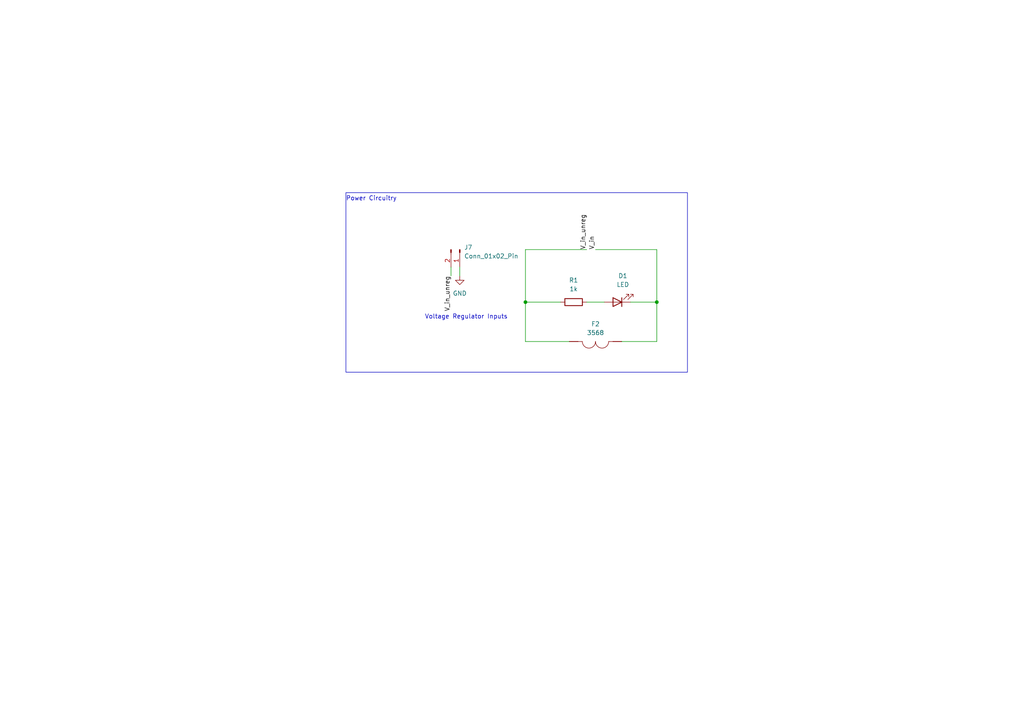
<source format=kicad_sch>
(kicad_sch (version 20231120) (generator "eeschema") (generator_version "8.0")
  (paper "A4")
  (lib_symbols
    (symbol "3568:3568" (pin_numbers hide) (pin_names (offset 1.016) hide)
      (property "Reference" "F" (at -2.54 5.08 0))
      (property "Value" "3568" (at -2.54 -5.08 0))
      (symbol "3568_0_0"
        (arc (start -3.81 0) (mid -1.905 -1.8967) (end 0 0) (stroke (width 0.1524)))
        (polyline (pts (xy -5.08 0) (xy -3.81 0)) (stroke (width 0.1524)))
        (polyline (pts (xy 5.08 0) (xy 3.81 0)) (stroke (width 0.1524)))
        (arc (start 0 0) (mid 1.905 -1.8967) (end 3.81 0) (stroke (width 0.1524)))
        (pin passive line (at -7.62 0 0) (length 2.54) (name "~") (number "1"))
        (pin passive line (at 7.62 0 180) (length 2.54) (name "~") (number "2"))
        (pin passive line (at -7.62 0 0) (length 2.54) (name "~") (number "3"))
        (pin passive line (at 7.62 0 180) (length 2.54) (name "~") (number "4"))
      )
    )
    (symbol "Connector:Conn_01x02_Pin" (pin_names (offset 1.016) hide)
      (property "Reference" "J" (at 0 2.54 0))
      (property "Value" "Conn_01x02_Pin" (at 0 -5.08 0))
      (symbol "Conn_01x02_Pin_1_1"
        (polyline (pts (xy 1.27 -2.54) (xy 0.8636 -2.54)) (stroke (width 0.1524)))
        (polyline (pts (xy 1.27 0) (xy 0.8636 0)) (stroke (width 0.1524)))
        (rectangle (start 0.8636 -2.413) (end 0 -2.667) (stroke (width 0.1524)) (fill (type outline)))
        (rectangle (start 0.8636 0.127) (end 0 -0.127) (stroke (width 0.1524)) (fill (type outline)))
        (pin passive line (at 5.08 0 180) (length 3.81) (name "Pin_1") (number "1"))
        (pin passive line (at 5.08 -2.54 180) (length 3.81) (name "Pin_2") (number "2"))
      )
    )
    (symbol "Device:LED" (pin_numbers hide) (pin_names (offset 1.016) hide)
      (property "Reference" "D" (at 0 2.54 0))
      (property "Value" "LED" (at 0 -2.54 0))
      (symbol "LED_0_1"
        (polyline (pts (xy -1.27 -1.27) (xy -1.27 1.27)) (stroke (width 0.254)))
        (polyline (pts (xy -1.27 0) (xy 1.27 0)))
        (polyline (pts (xy 1.27 -1.27) (xy 1.27 1.27) (xy -1.27 0) (xy 1.27 -1.27)) (stroke (width 0.254)))
        (polyline (pts (xy -3.048 -0.762) (xy -4.572 -2.286) (xy -3.81 -2.286) (xy -4.572 -2.286) (xy -4.572 -1.524)))
        (polyline (pts (xy -1.778 -0.762) (xy -3.302 -2.286) (xy -2.54 -2.286) (xy -3.302 -2.286) (xy -3.302 -1.524)))
      )
      (symbol "LED_1_1"
        (pin passive line (at -3.81 0 0) (length 2.54) (name "K") (number "1"))
        (pin passive line (at 3.81 0 180) (length 2.54) (name "A") (number "2"))
      )
    )
    (symbol "Device:R" (pin_numbers hide) (pin_names (offset 0))
      (property "Reference" "R" (at 2.032 0 90))
      (property "Value" "R" (at 0 0 90))
      (symbol "R_0_1"
        (rectangle (start -1.016 -2.54) (end 1.016 2.54) (stroke (width 0.254)))
      )
      (symbol "R_1_1"
        (pin passive line (at 0 3.81 270) (length 1.27) (name "~") (number "1"))
        (pin passive line (at 0 -3.81 90) (length 1.27) (name "~") (number "2"))
      )
    )
    (symbol "power:GND" (power) (pin_names (offset 0))
      (property "Value" "GND" (at 0 -3.81 0))
      (symbol "GND_0_1"
        (polyline (pts (xy 0 0) (xy 0 -1.27) (xy 1.27 -1.27) (xy 0 -2.54) (xy -1.27 -1.27) (xy 0 -1.27)))
      )
      (symbol "GND_1_1"
        (pin power_in line (at 0 0 270) (length 0) hide (name "GND") (number "1"))
      )
    )
  )
  (junction (at 152.4 87.63))
  (junction (at 190.5 87.63))
  (wire (pts (xy 165.1 99.06) (xy 152.4 99.06)))
  (wire (pts (xy 152.4 99.06) (xy 152.4 87.63)))
  (wire (pts (xy 130.81 80.01) (xy 130.81 77.47)))
  (wire (pts (xy 133.35 77.47) (xy 133.35 80.01)))
  (wire (pts (xy 190.5 87.63) (xy 190.5 99.06)))
  (wire (pts (xy 170.18 72.39) (xy 152.4 72.39)))
  (wire (pts (xy 172.72 72.39) (xy 190.5 72.39)))
  (wire (pts (xy 170.18 87.63) (xy 175.26 87.63)))
  (wire (pts (xy 182.88 87.63) (xy 190.5 87.63)))
  (wire (pts (xy 152.4 87.63) (xy 162.56 87.63)))
  (wire (pts (xy 152.4 72.39) (xy 152.4 87.63)))
  (wire (pts (xy 190.5 72.39) (xy 190.5 87.63)))
  (wire (pts (xy 190.5 99.06) (xy 180.34 99.06)))
  (rectangle (start 100.33 55.88) (end 199.39 107.95))
  (text "Voltage Regulator Inputs\n" (at 123.19 92.71 0) (effects (font (size 1.27 1.27)) (justify left bottom)))
  (text "Power Circuitry\n" (at 100.33 58.42 0) (effects (font (size 1.27 1.27)) (justify left bottom)))
  (label "V_in_unreg" (at 170.18 72.39 90))
  (label "V_in" (at 172.72 72.39 90))
  (label "V_in_unreg" (at 130.81 80.01 270))
  (symbol (lib_id "Device:R") (at 166.37 87.63 90) (unit 1)
    (property "Reference" "R1" (at 166.37 81.28 90))
    (property "Value" "1k" (at 166.37 83.82 90))
    (property "Footprint" "Resistor_THT:R_Axial_DIN0207_L6.3mm_D2.5mm_P10.16mm_Horizontal" (effects (hide yes)))
    (instances (project "Motherboard23-24" (path "" (reference "R1") (unit 1)) (path "" (reference "R6") (unit 1))) (project "CANBOARD_REV2" (path "" (reference "R1") (unit 1))) (project "CANBOARD_REV1" (path "" (reference "R4") (unit 1))))
  )
  (symbol (lib_id "power:GND") (at 133.35 80.01 0) (unit 1)
    (property "Reference" "#PWR010" (effects (hide yes)))
    (property "Value" "GND" (at 133.35 85.09 0))
    (instances (project "CANBOARD_REV2" (path "" (reference "#PWR010") (unit 1))) (project "CANBOARD_REV1" (path "" (reference "#PWR06") (unit 1))))
  )
  (symbol (lib_id "3568:3568") (at 172.72 99.06 0) (unit 1)
    (property "Reference" "F2" (at 172.72 93.98 0))
    (property "Value" "3568" (at 172.72 96.52 0))
    (property "Footprint" "fuse:FUSE_3568" (effects (hide yes)))
    (property "MAXIMUM_PACKAGE_HEIGHT" "7.37" (effects (hide yes)))
    (property "MANUFACTURER" "Keystone Electronics Corp." (effects (hide yes)))
    (property "STANDARD" "Manufacturer Recommendations" (effects (hide yes)))
    (property "PARTREV" "C" (effects (hide yes)))
  )
  (symbol (lib_id "Connector:Conn_01x02_Pin") (at 133.35 72.39 270) (unit 1)
    (property "Reference" "J7" (at 134.62 71.755 90) (effects (justify left)))
    (property "Value" "Conn_01x02_Pin" (at 134.62 74.295 90) (effects (justify left)))
    (property "Footprint" "TerminalBlock_Phoenix:TerminalBlock_Phoenix_MKDS-1,5-2-5.08_1x02_P5.08mm_Horizontal" (effects (hide yes)))
    (instances (project "CANBOARD_REV2" (path "" (reference "J7") (unit 1))) (project "CANBOARD_REV1" (path "" (reference "J6") (unit 1))))
  )
  (symbol (lib_id "Device:LED") (at 179.07 87.63 180) (unit 1)
    (property "Reference" "D1" (at 180.6575 80.01 0))
    (property "Value" "LED" (at 180.6575 82.55 0))
    (property "Footprint" "LED_THT:LED_D5.0mm" (effects (hide yes)))
  )
)
</source>
